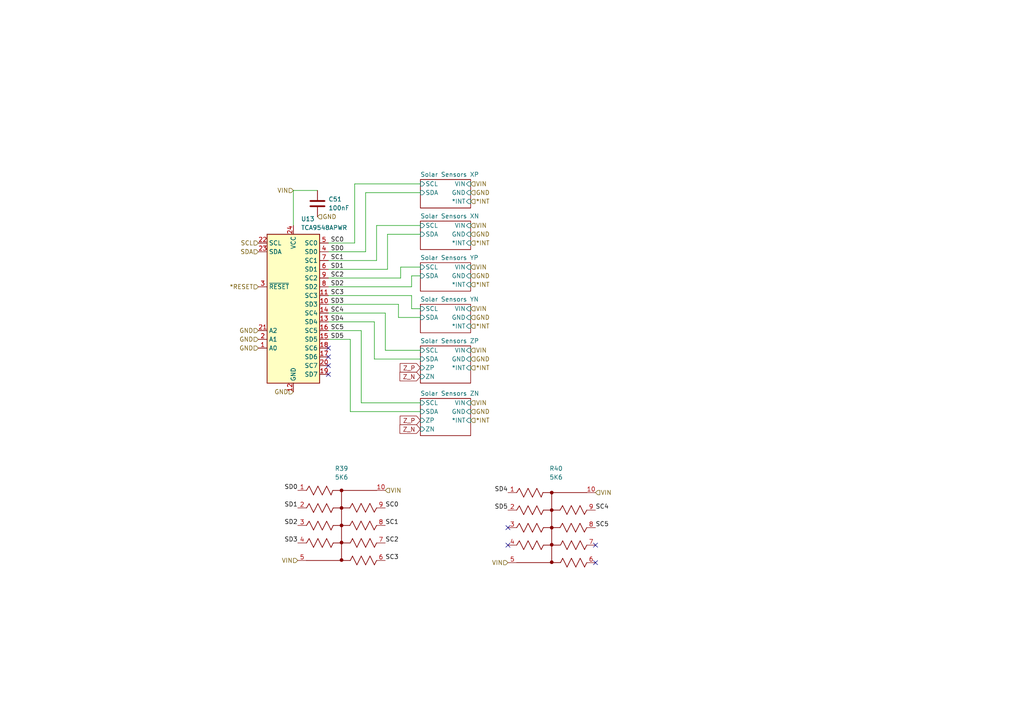
<source format=kicad_sch>
(kicad_sch (version 20250114) (generator "eeschema") (generator_version "9.0")
  (paper "A4")
  (lib_symbols
    (symbol "Common:EXBA10P472J" (pin_names (offset 0.254))
      (property "Reference" "RN" (at 11.43 7.62 0))
      (property "Value" "EXBA10P472J" (at 11.43 3.81 0))
      (symbol "EXBA10P472J_0_1"
        (polyline (pts (xy 2.54 0) (xy 3.3019 1.2355)) (stroke (width 0.2032)))
        (polyline (pts (xy 2.54 -5.08) (xy 3.3019 -3.8445)) (stroke (width 0.2032)))
        (polyline (pts (xy 2.54 -10.16) (xy 3.3036 -8.9353)) (stroke (width 0.2032)))
        (polyline (pts (xy 2.54 -15.24) (xy 3.3036 -13.9755)) (stroke (width 0.2032)))
        (polyline (pts (xy 2.54 -20.32) (xy 12.7 -20.32)) (stroke (width 0.2032)))
        (polyline (pts (xy 3.3019 1.2355) (xy 4.5719 -1.3045)) (stroke (width 0.2032)))
        (polyline (pts (xy 3.3019 -3.8445) (xy 4.5719 -6.3845)) (stroke (width 0.2032)))
        (polyline (pts (xy 3.3036 -8.9353) (xy 4.5736 -11.4753)) (stroke (width 0.2032)))
        (polyline (pts (xy 3.3036 -13.9755) (xy 4.5736 -16.5155)) (stroke (width 0.2032)))
        (polyline (pts (xy 4.5719 -1.3045) (xy 5.8419 1.2355)) (stroke (width 0.2032)))
        (polyline (pts (xy 4.5719 -6.3845) (xy 5.8419 -3.8445)) (stroke (width 0.2032)))
        (polyline (pts (xy 4.5736 -11.4753) (xy 5.8436 -8.9353)) (stroke (width 0.2032)))
        (polyline (pts (xy 4.5736 -16.5155) (xy 5.8436 -13.9755)) (stroke (width 0.2032)))
        (polyline (pts (xy 5.8419 1.2355) (xy 7.1119 -1.3045)) (stroke (width 0.2032)))
        (polyline (pts (xy 5.8419 -3.8445) (xy 7.1119 -6.3845)) (stroke (width 0.2032)))
        (polyline (pts (xy 5.8436 -8.9353) (xy 7.1136 -11.4753)) (stroke (width 0.2032)))
        (polyline (pts (xy 5.8436 -13.9755) (xy 7.1136 -16.5155)) (stroke (width 0.2032)))
        (polyline (pts (xy 7.1119 -1.3045) (xy 8.3819 1.2355)) (stroke (width 0.2032)))
        (polyline (pts (xy 7.1119 -6.3845) (xy 8.3819 -3.8445)) (stroke (width 0.2032)))
        (polyline (pts (xy 7.1136 -11.4753) (xy 8.3836 -8.9353)) (stroke (width 0.2032)))
        (polyline (pts (xy 7.1136 -16.5155) (xy 8.3836 -13.9755)) (stroke (width 0.2032)))
        (polyline (pts (xy 8.3819 1.2355) (xy 9.6519 -1.3045)) (stroke (width 0.2032)))
        (polyline (pts (xy 8.3819 -3.8445) (xy 9.6519 -6.3845)) (stroke (width 0.2032)))
        (polyline (pts (xy 8.3836 -8.9353) (xy 9.6536 -11.4753)) (stroke (width 0.2032)))
        (polyline (pts (xy 8.3836 -13.9755) (xy 9.6536 -16.5155)) (stroke (width 0.2032)))
        (polyline (pts (xy 9.6519 -1.3045) (xy 10.16 0)) (stroke (width 0.2032)))
        (polyline (pts (xy 9.6519 -6.3845) (xy 10.287 -5.08)) (stroke (width 0.2032)))
        (polyline (pts (xy 9.6536 -11.4753) (xy 10.287 -10.16)) (stroke (width 0.2032)))
        (polyline (pts (xy 9.6536 -16.5155) (xy 10.2886 -15.2455)) (stroke (width 0.2032)))
        (polyline (pts (xy 10.16 0) (xy 12.7 0)) (stroke (width 0.2032)))
        (polyline (pts (xy 10.287 -5.08) (xy 15.113 -5.08)) (stroke (width 0.2032)))
        (polyline (pts (xy 10.287 -10.16) (xy 15.113 -10.16)) (stroke (width 0.2032)))
        (polyline (pts (xy 10.287 -15.24) (xy 15.113 -15.24)) (stroke (width 0.2032)))
        (circle (center 12.6906 0) (radius 0.127) (stroke (width 0.127)))
        (circle (center 12.6906 -5.0817) (radius 0.127) (stroke (width 0.127)))
        (circle (center 12.6906 -10.1617) (radius 0.127) (stroke (width 0.127)))
        (circle (center 12.6906 -15.1147) (radius 0.127) (stroke (width 0.127)))
        (circle (center 12.6906 -20.1947) (radius 0.127) (stroke (width 0.127)))
        (circle (center 12.6998 -0.0109) (radius 0.2032) (stroke (width 0.127)))
        (circle (center 12.6998 -5.0909) (radius 0.2032) (stroke (width 0.127)))
        (circle (center 12.6998 -10.1709) (radius 0.2032) (stroke (width 0.127)))
        (circle (center 12.6998 -15.1239) (radius 0.2032) (stroke (width 0.127)))
        (circle (center 12.6998 -20.2039) (radius 0.2032) (stroke (width 0.127)))
        (polyline (pts (xy 12.7 0) (xy 12.7 -20.32)) (stroke (width 0.2032)))
        (polyline (pts (xy 12.7 0) (xy 22.86 0)) (stroke (width 0.2032)))
        (circle (center 12.7 0) (radius 0.381) (stroke (width 0.3048)))
        (circle (center 12.7 -5.08) (radius 0.381) (stroke (width 0.3048)))
        (circle (center 12.7 -10.16) (radius 0.381) (stroke (width 0.3048)))
        (circle (center 12.7 -15.113) (radius 0.381) (stroke (width 0.3048)))
        (circle (center 12.7 -20.193) (radius 0.381) (stroke (width 0.3048)))
        (polyline (pts (xy 12.7 -20.32) (xy 15.24 -20.32)) (stroke (width 0.2032)))
        (polyline (pts (xy 15.113 -5.08) (xy 15.8395 -3.7808)) (stroke (width 0.2032)))
        (polyline (pts (xy 15.113 -10.16) (xy 15.8155 -8.9074)) (stroke (width 0.2032)))
        (polyline (pts (xy 15.2423 -15.2396) (xy 15.8773 -13.9696)) (stroke (width 0.2032)))
        (polyline (pts (xy 15.2423 -20.3196) (xy 15.8773 -19.0496)) (stroke (width 0.2032)))
        (polyline (pts (xy 15.8155 -8.9074) (xy 17.0855 -11.4474)) (stroke (width 0.2032)))
        (polyline (pts (xy 15.8395 -3.7808) (xy 17.1095 -6.3208)) (stroke (width 0.2032)))
        (polyline (pts (xy 15.8773 -13.9696) (xy 17.1473 -16.5096)) (stroke (width 0.2032)))
        (polyline (pts (xy 15.8773 -19.0496) (xy 17.1473 -21.5896)) (stroke (width 0.2032)))
        (polyline (pts (xy 17.0855 -11.4474) (xy 18.3555 -8.9074)) (stroke (width 0.2032)))
        (polyline (pts (xy 17.1095 -6.3208) (xy 18.3795 -3.7808)) (stroke (width 0.2032)))
        (polyline (pts (xy 17.1473 -16.5096) (xy 18.4173 -13.9696)) (stroke (width 0.2032)))
        (polyline (pts (xy 17.1473 -21.5896) (xy 18.4173 -19.0496)) (stroke (width 0.2032)))
        (polyline (pts (xy 18.3555 -8.9074) (xy 19.6255 -11.4474)) (stroke (width 0.2032)))
        (polyline (pts (xy 18.3795 -3.7808) (xy 19.6495 -6.3208)) (stroke (width 0.2032)))
        (polyline (pts (xy 18.4173 -13.9696) (xy 19.6873 -16.5096)) (stroke (width 0.2032)))
        (polyline (pts (xy 18.4173 -19.0496) (xy 19.6873 -21.5896)) (stroke (width 0.2032)))
        (polyline (pts (xy 19.6255 -11.4474) (xy 20.8955 -8.9074)) (stroke (width 0.2032)))
        (polyline (pts (xy 19.6495 -6.3208) (xy 20.9195 -3.7808)) (stroke (width 0.2032)))
        (polyline (pts (xy 19.6873 -16.5096) (xy 20.9573 -13.9696)) (stroke (width 0.2032)))
        (polyline (pts (xy 19.6873 -21.5896) (xy 20.9573 -19.0496)) (stroke (width 0.2032)))
        (polyline (pts (xy 20.8955 -8.9074) (xy 22.1655 -11.4474)) (stroke (width 0.2032)))
        (polyline (pts (xy 20.9195 -3.7808) (xy 22.1895 -6.3208)) (stroke (width 0.2032)))
        (polyline (pts (xy 20.9573 -13.9696) (xy 22.2273 -16.5096)) (stroke (width 0.2032)))
        (polyline (pts (xy 20.9573 -19.0496) (xy 22.2273 -21.5896)) (stroke (width 0.2032)))
        (polyline (pts (xy 22.1655 -11.4474) (xy 22.86 -10.16)) (stroke (width 0.2032)))
        (polyline (pts (xy 22.1895 -6.3208) (xy 22.86 -5.08)) (stroke (width 0.2032)))
        (polyline (pts (xy 22.2273 -16.5096) (xy 22.8623 -15.2396)) (stroke (width 0.2032)))
        (polyline (pts (xy 22.2273 -21.5896) (xy 22.8623 -20.3196)) (stroke (width 0.2032)))
      )
      (symbol "EXBA10P472J_1_1"
        (pin passive line (at 0 0 0) (length 2.54) (name "") (number "1"))
        (pin passive line (at 0 -5.08 0) (length 2.54) (name "") (number "2"))
        (pin passive line (at 0 -10.16 0) (length 2.54) (name "") (number "3"))
        (pin passive line (at 0 -15.24 0) (length 2.54) (name "") (number "4"))
        (pin power_in line (at 0 -20.32 0) (length 2.54) (name "") (number "5"))
        (pin power_in line (at 25.4 0 180) (length 2.54) (name "") (number "10"))
        (pin passive line (at 25.4 -5.08 180) (length 2.54) (name "") (number "9"))
        (pin passive line (at 25.4 -10.16 180) (length 2.54) (name "") (number "8"))
        (pin passive line (at 25.4 -15.24 180) (length 2.54) (name "") (number "7"))
        (pin passive line (at 25.4 -20.32 180) (length 2.54) (name "") (number "6"))
      )
    )
    (symbol "Device:C" (pin_numbers (hide yes)) (pin_names (offset 0.254))
      (property "Reference" "C" (at 0.635 2.54 0))
      (property "Value" "C" (at 0.635 -2.54 0))
      (symbol "C_0_1"
        (polyline (pts (xy -2.032 0.762) (xy 2.032 0.762)) (stroke (width 0.508)))
        (polyline (pts (xy -2.032 -0.762) (xy 2.032 -0.762)) (stroke (width 0.508)))
      )
      (symbol "C_1_1"
        (pin passive line (at 0 3.81 270) (length 2.794) (name "~") (number "1"))
        (pin passive line (at 0 -3.81 90) (length 2.794) (name "~") (number "2"))
      )
    )
    (symbol "Interface_Expansion:TCA9548APWR"
      (property "Reference" "U" (at -7.62 21.59 0))
      (property "Value" "TCA9548APWR" (at 1.016 21.59 0))
      (symbol "TCA9548APWR_0_1"
        (rectangle (start -7.62 20.32) (end 7.62 -22.86) (stroke (width 0.254)) (fill (type background)))
      )
      (symbol "TCA9548APWR_1_1"
        (pin input line (at -10.16 17.78 0) (length 2.54) (name "SCL") (number "22"))
        (pin bidirectional line (at -10.16 15.24 0) (length 2.54) (name "SDA") (number "23"))
        (pin input line (at -10.16 5.08 0) (length 2.54) (name "~{RESET}") (number "3"))
        (pin input line (at -10.16 -7.62 0) (length 2.54) (name "A2") (number "21"))
        (pin input line (at -10.16 -10.16 0) (length 2.54) (name "A1") (number "2"))
        (pin input line (at -10.16 -12.7 0) (length 2.54) (name "A0") (number "1"))
        (pin power_in line (at 0 22.86 270) (length 2.54) (name "VCC") (number "24"))
        (pin power_in line (at 0 -25.4 90) (length 2.54) (name "GND") (number "12"))
        (pin output line (at 10.16 17.78 180) (length 2.54) (name "SC0") (number "5"))
        (pin bidirectional line (at 10.16 15.24 180) (length 2.54) (name "SD0") (number "4"))
        (pin output line (at 10.16 12.7 180) (length 2.54) (name "SC1") (number "7"))
        (pin bidirectional line (at 10.16 10.16 180) (length 2.54) (name "SD1") (number "6"))
        (pin output line (at 10.16 7.62 180) (length 2.54) (name "SC2") (number "9"))
        (pin bidirectional line (at 10.16 5.08 180) (length 2.54) (name "SD2") (number "8"))
        (pin output line (at 10.16 2.54 180) (length 2.54) (name "SC3") (number "11"))
        (pin bidirectional line (at 10.16 0 180) (length 2.54) (name "SD3") (number "10"))
        (pin output line (at 10.16 -2.54 180) (length 2.54) (name "SC4") (number "14"))
        (pin bidirectional line (at 10.16 -5.08 180) (length 2.54) (name "SD4") (number "13"))
        (pin output line (at 10.16 -7.62 180) (length 2.54) (name "SC5") (number "16"))
        (pin bidirectional line (at 10.16 -10.16 180) (length 2.54) (name "SD5") (number "15"))
        (pin output line (at 10.16 -12.7 180) (length 2.54) (name "SC6") (number "18"))
        (pin bidirectional line (at 10.16 -15.24 180) (length 2.54) (name "SD6") (number "17"))
        (pin output line (at 10.16 -17.78 180) (length 2.54) (name "SC7") (number "20"))
        (pin bidirectional line (at 10.16 -20.32 180) (length 2.54) (name "SD7") (number "19"))
      )
    )
  )
  (no_connect (at 95.25 106.045))
  (no_connect (at 172.72 163.195))
  (no_connect (at 147.32 153.035))
  (no_connect (at 95.25 100.965))
  (no_connect (at 95.25 108.585))
  (no_connect (at 172.72 158.115))
  (no_connect (at 147.32 158.115))
  (no_connect (at 95.25 103.505))
  (wire (pts (xy 104.775 95.885) (xy 104.775 116.84)))
  (wire (pts (xy 115.57 88.265) (xy 115.57 92.075)))
  (wire (pts (xy 119.38 89.535) (xy 121.92 89.535)))
  (wire (pts (xy 95.25 75.565) (xy 109.22 75.565)))
  (wire (pts (xy 95.25 93.345) (xy 108.585 93.345)))
  (wire (pts (xy 85.09 55.245) (xy 85.09 65.405)))
  (wire (pts (xy 102.87 53.34) (xy 121.92 53.34)))
  (wire (pts (xy 109.22 75.565) (xy 109.22 65.405)))
  (wire (pts (xy 112.395 67.945) (xy 121.92 67.945)))
  (wire (pts (xy 101.6 119.38) (xy 121.92 119.38)))
  (wire (pts (xy 95.25 95.885) (xy 104.775 95.885)))
  (wire (pts (xy 106.045 73.025) (xy 106.045 55.88)))
  (wire (pts (xy 109.22 65.405) (xy 121.92 65.405)))
  (wire (pts (xy 106.045 55.88) (xy 121.92 55.88)))
  (wire (pts (xy 101.6 98.425) (xy 101.6 119.38)))
  (wire (pts (xy 95.25 88.265) (xy 115.57 88.265)))
  (wire (pts (xy 102.87 70.485) (xy 102.87 53.34)))
  (wire (pts (xy 119.38 85.725) (xy 119.38 89.535)))
  (wire (pts (xy 112.395 78.105) (xy 112.395 67.945)))
  (wire (pts (xy 108.585 104.14) (xy 121.92 104.14)))
  (wire (pts (xy 116.205 77.47) (xy 121.92 77.47)))
  (wire (pts (xy 95.25 80.645) (xy 116.205 80.645)))
  (wire (pts (xy 95.25 85.725) (xy 119.38 85.725)))
  (wire (pts (xy 119.38 80.01) (xy 121.92 80.01)))
  (wire (pts (xy 111.76 90.805) (xy 111.76 101.6)))
  (wire (pts (xy 95.25 73.025) (xy 106.045 73.025)))
  (wire (pts (xy 95.25 78.105) (xy 112.395 78.105)))
  (wire (pts (xy 95.25 70.485) (xy 102.87 70.485)))
  (wire (pts (xy 119.38 83.185) (xy 119.38 80.01)))
  (wire (pts (xy 85.09 55.245) (xy 92.075 55.245)))
  (wire (pts (xy 95.25 98.425) (xy 101.6 98.425)))
  (wire (pts (xy 111.76 101.6) (xy 121.92 101.6)))
  (wire (pts (xy 108.585 93.345) (xy 108.585 104.14)))
  (wire (pts (xy 115.57 92.075) (xy 121.92 92.075)))
  (wire (pts (xy 95.25 90.805) (xy 111.76 90.805)))
  (wire (pts (xy 95.25 83.185) (xy 119.38 83.185)))
  (wire (pts (xy 116.205 80.645) (xy 116.205 77.47)))
  (wire (pts (xy 104.775 116.84) (xy 121.92 116.84)))
  (label "SD4" (at 95.885 93.345 0))
  (label "SD2" (at 95.885 83.185 0))
  (label "SD4" (at 147.32 142.875 180))
  (label "SC3" (at 95.885 85.725 0))
  (label "SD3" (at 95.885 88.265 0))
  (label "SC0" (at 111.76 147.32 0))
  (label "SC4" (at 172.72 147.955 0))
  (label "SC1" (at 111.76 152.4 0))
  (label "SD1" (at 86.36 147.32 180))
  (label "SD5" (at 95.885 98.425 0))
  (label "SC5" (at 172.72 153.035 0))
  (label "SD2" (at 86.36 152.4 180))
  (label "SC0" (at 95.885 70.485 0))
  (label "SC5" (at 95.885 95.885 0))
  (label "SC2" (at 111.76 157.48 0))
  (label "SC1" (at 95.885 75.565 0))
  (label "SD3" (at 86.36 157.48 180))
  (label "SC3" (at 111.76 162.56 0))
  (label "SC2" (at 95.885 80.645 0))
  (label "SD0" (at 86.36 142.24 180))
  (label "SC4" (at 95.885 90.805 0))
  (label "SD1" (at 95.885 78.105 0))
  (label "SD0" (at 95.885 73.025 0))
  (label "SD5" (at 147.32 147.955 180))
  (global_label "Z_P" (shape input) (at 121.92 121.92 180) (property "Intersheetrefs" "${INTERSHEET_REFS}" (effects (hide yes))))
  (global_label "Z_N" (shape input) (at 121.92 109.22 180) (property "Intersheetrefs" "${INTERSHEET_REFS}" (effects (hide yes))))
  (global_label "Z_P" (shape input) (at 121.92 106.68 180) (property "Intersheetrefs" "${INTERSHEET_REFS}" (effects (hide yes))))
  (global_label "Z_N" (shape input) (at 121.92 124.46 180) (property "Intersheetrefs" "${INTERSHEET_REFS}" (effects (hide yes))))
  (hierarchical_label "*INT" (shape input) (at 136.525 94.615 0))
  (hierarchical_label "VIN" (shape input) (at 136.525 53.34 0))
  (hierarchical_label "VIN" (shape input) (at 86.36 162.56 180))
  (hierarchical_label "GND" (shape input) (at 92.075 62.865 0))
  (hierarchical_label "VIN" (shape input) (at 136.525 101.6 0))
  (hierarchical_label "*INT" (shape input) (at 136.525 58.42 0))
  (hierarchical_label "*INT" (shape input) (at 136.525 82.55 0))
  (hierarchical_label "GND" (shape input) (at 136.525 55.88 0))
  (hierarchical_label "GND" (shape input) (at 136.525 119.38 0))
  (hierarchical_label "GND" (shape input) (at 74.93 98.425 180))
  (hierarchical_label "VIN" (shape input) (at 136.525 65.405 0))
  (hierarchical_label "SCL" (shape input) (at 74.93 70.485 180))
  (hierarchical_label "VIN" (shape input) (at 136.525 89.535 0))
  (hierarchical_label "VIN" (shape input) (at 136.525 77.47 0))
  (hierarchical_label "GND" (shape input) (at 136.525 67.945 0))
  (hierarchical_label "GND" (shape input) (at 74.93 100.965 180))
  (hierarchical_label "GND" (shape input) (at 85.09 113.665 180))
  (hierarchical_label "*INT" (shape input) (at 136.525 70.485 0))
  (hierarchical_label "*INT" (shape input) (at 136.525 106.68 0))
  (hierarchical_label "GND" (shape input) (at 74.93 95.885 180))
  (hierarchical_label "VIN" (shape input) (at 136.525 116.84 0))
  (hierarchical_label "*INT" (shape input) (at 136.525 121.92 0))
  (hierarchical_label "GND" (shape input) (at 136.525 92.075 0))
  (hierarchical_label "GND" (shape input) (at 136.525 104.14 0))
  (hierarchical_label "*RESET" (shape input) (at 74.93 83.185 180))
  (hierarchical_label "VIN" (shape input) (at 147.32 163.195 180))
  (hierarchical_label "SDA" (shape input) (at 74.93 73.025 180))
  (hierarchical_label "VIN" (shape input) (at 85.09 55.245 180))
  (hierarchical_label "VIN" (shape input) (at 111.76 142.24 0))
  (hierarchical_label "VIN" (shape input) (at 172.72 142.875 0))
  (hierarchical_label "GND" (shape input) (at 136.525 80.01 0))
  (symbol (lib_id "Common:EXBA10P472J") (at 86.36 142.24 0) (unit 1)
    (property "Reference" "R39" (at 99.06 135.89 0))
    (property "Value" "5K6" (at 99.06 138.43 0))
    (property "Footprint" "Common:C_ARRAY_EXBA_PAN" (effects (hide yes)))
    (property "Datasheet" "EXBA10P472J" (effects (hide yes)))
    (property "Description" "22k Ohm ±5% 62.5mW Power Per Element Bussed Resistor Network/Array ±200ppm/°C 1206 (3216 Metric), Convex, Long Side Terminals" (effects (hide yes)))
    (property "Manufacturer" "Panasonic" (effects (hide yes)))
    (property "Part Number" "EXB-A10P472J" (effects (hide yes)))
    (property "Tolerance" "5" (effects (hide yes)))
    (property "MF" "Yageo" (effects (hide yes)))
    (property "MOUSER-PURCHASE-URL" "https://snapeda.com/shop?store=Mouser&id=600502" (effects (hide yes)))
    (property "PACKAGE" "1206 Yageo" (effects (hide yes)))
    (property "PRICE" "None" (effects (hide yes)))
    (property "MP" "YC158TJR-0722KL" (effects (hide yes)))
    (property "AVAILABILITY" "Warning" (effects (hide yes)))
  )
  (symbol (lib_id "Common:EXBA10P472J") (at 147.32 142.875 0) (unit 1)
    (property "Reference" "R40" (at 161.29 135.89 0))
    (property "Value" "5K6" (at 161.29 138.43 0))
    (property "Footprint" "Common:C_ARRAY_EXBA_PAN" (effects (hide yes)))
    (property "Datasheet" "EXBA10P472J" (effects (hide yes)))
    (property "Description" "22k Ohm ±5% 62.5mW Power Per Element Bussed Resistor Network/Array ±200ppm/°C 1206 (3216 Metric), Convex, Long Side Terminals" (effects (hide yes)))
    (property "Manufacturer" "Panasonic" (effects (hide yes)))
    (property "Part Number" "EXB-A10P472J" (effects (hide yes)))
    (property "Tolerance" "5" (effects (hide yes)))
    (property "MF" "Yageo" (effects (hide yes)))
    (property "MOUSER-PURCHASE-URL" "https://snapeda.com/shop?store=Mouser&id=600502" (effects (hide yes)))
    (property "PACKAGE" "1206 Yageo" (effects (hide yes)))
    (property "PRICE" "None" (effects (hide yes)))
    (property "MP" "YC158TJR-0722KL" (effects (hide yes)))
    (property "AVAILABILITY" "Warning" (effects (hide yes)))
  )
  (symbol (lib_id "Device:C") (at 92.075 59.055 0) (unit 1)
    (property "Reference" "C51" (at 95.25 57.7849 0) (effects (justify left)))
    (property "Value" "100nF" (at 95.25 60.3249 0) (effects (justify left)))
    (property "Footprint" "Capacitor_SMD:C_0402_1005Metric_Pad0.74x0.62mm_HandSolder" (effects (hide yes)))
    (property "Datasheet" "https://search.murata.co.jp/Ceramy/image/img/A01X/G101/ENG/GRM155R61E104KA87-01.pdf" (effects (hide yes)))
    (property "Description" "Unpolarized capacitor" (effects (hide yes)))
    (property "Manufacturer" "Murata" (effects (hide yes)))
    (property "Part Number" "GRM155R61E104KA87D" (effects (hide yes)))
    (property "Tolerance" "10" (effects (hide yes)))
    (property "Voltage" "25" (effects (hide yes)))
  )
  (symbol (lib_id "Interface_Expansion:TCA9548APWR") (at 85.09 88.265 0) (unit 1)
    (property "Reference" "U13" (at 87.2841 63.5 0) (effects (justify left)))
    (property "Value" "TCA9548APWR" (at 87.2841 66.04 0) (effects (justify left)))
    (property "Footprint" "Package_SO:TSSOP-24_4.4x7.8mm_P0.65mm" (effects (hide yes)))
    (property "Datasheet" "http://www.ti.com/lit/ds/symlink/tca9548a.pdf" (effects (hide yes)))
    (property "Description" "Low voltage 8-channel I2C switch with reset, TSSOP-24" (effects (hide yes)))
    (property "Manufacturer" "TI" (effects (hide yes)))
    (property "Part Number" "TCA9548APWR" (effects (hide yes)))
  )
  (sheet (at 121.92 88.265) (size 14.605 8.255) (stroke (width 0.1524))
    (property "Sheetname" "Solar Sensors YN" (at 121.92 87.5534 0) (effects (justify left bottom)))
    (property "Sheetfile" "solar_sensor_xy.kicad_sch" (effects (hide yes)))
    (pin "VIN" input (at 136.525 89.535 0))
    (pin "GND" input (at 136.525 92.075 0))
    (pin "SCL" input (at 121.92 89.535 180))
    (pin "*INT" input (at 136.525 94.615 0))
    (pin "SDA" input (at 121.92 92.075 180))
  )
  (sheet (at 121.92 100.33) (size 14.605 10.795) (stroke (width 0.1524))
    (property "Sheetname" "Solar Sensors ZP" (at 121.92 99.6184 0) (effects (justify left bottom)))
    (property "Sheetfile" "solar_sensor_z.kicad_sch" (effects (hide yes)))
    (pin "VIN" input (at 136.525 101.6 0))
    (pin "GND" input (at 136.525 104.14 0))
    (pin "SCL" input (at 121.92 101.6 180))
    (pin "*INT" input (at 136.525 106.68 0))
    (pin "SDA" input (at 121.92 104.14 180))
    (pin "ZP" input (at 121.92 106.68 180))
    (pin "ZN" input (at 121.92 109.22 180))
  )
  (sheet (at 121.92 115.57) (size 14.605 10.795) (stroke (width 0.1524))
    (property "Sheetname" "Solar Sensors ZN" (at 121.92 114.8584 0) (effects (justify left bottom)))
    (property "Sheetfile" "solar_sensor_z.kicad_sch" (effects (hide yes)))
    (pin "VIN" input (at 136.525 116.84 0))
    (pin "GND" input (at 136.525 119.38 0))
    (pin "SCL" input (at 121.92 116.84 180))
    (pin "*INT" input (at 136.525 121.92 0))
    (pin "SDA" input (at 121.92 119.38 180))
    (pin "ZP" input (at 121.92 121.92 180))
    (pin "ZN" input (at 121.92 124.46 180))
  )
  (sheet (at 121.92 76.2) (size 14.605 8.255) (stroke (width 0.1524))
    (property "Sheetname" "Solar Sensors YP" (at 121.92 75.4884 0) (effects (justify left bottom)))
    (property "Sheetfile" "solar_sensor_xy.kicad_sch" (effects (hide yes)))
    (pin "VIN" input (at 136.525 77.47 0))
    (pin "GND" input (at 136.525 80.01 0))
    (pin "SCL" input (at 121.92 77.47 180))
    (pin "*INT" input (at 136.525 82.55 0))
    (pin "SDA" input (at 121.92 80.01 180))
  )
  (sheet (at 121.92 52.07) (size 14.605 8.255) (stroke (width 0.1524))
    (property "Sheetname" "Solar Sensors XP" (at 121.92 51.3584 0) (effects (justify left bottom)))
    (property "Sheetfile" "solar_sensor_xy.kicad_sch" (effects (hide yes)))
    (pin "VIN" input (at 136.525 53.34 0))
    (pin "GND" input (at 136.525 55.88 0))
    (pin "SCL" input (at 121.92 53.34 180))
    (pin "*INT" input (at 136.525 58.42 0))
    (pin "SDA" input (at 121.92 55.88 180))
  )
  (sheet (at 121.92 64.135) (size 14.605 8.255) (stroke (width 0.1524))
    (property "Sheetname" "Solar Sensors XN" (at 121.92 63.4234 0) (effects (justify left bottom)))
    (property "Sheetfile" "solar_sensor_xy.kicad_sch" (effects (hide yes)))
    (pin "VIN" input (at 136.525 65.405 0))
    (pin "GND" input (at 136.525 67.945 0))
    (pin "SCL" input (at 121.92 65.405 180))
    (pin "*INT" input (at 136.525 70.485 0))
    (pin "SDA" input (at 121.92 67.945 180))
  )
)
</source>
